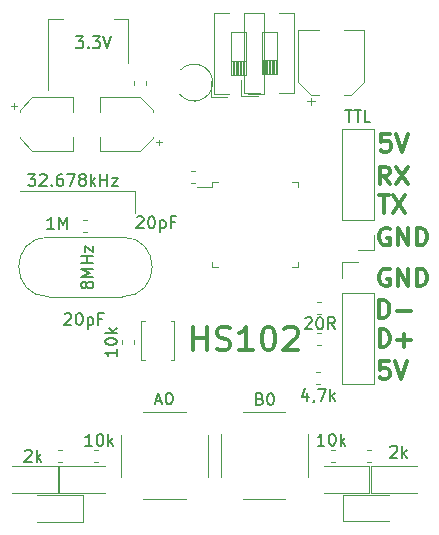
<source format=gbr>
G04 #@! TF.GenerationSoftware,KiCad,Pcbnew,5.0.2-bee76a0~70~ubuntu18.04.1*
G04 #@! TF.CreationDate,2019-01-08T18:58:55+02:00*
G04 #@! TF.ProjectId,HScope_2018_10_L,4853636f-7065-45f3-9230-31385f31305f,rev?*
G04 #@! TF.SameCoordinates,Original*
G04 #@! TF.FileFunction,Legend,Top*
G04 #@! TF.FilePolarity,Positive*
%FSLAX46Y46*%
G04 Gerber Fmt 4.6, Leading zero omitted, Abs format (unit mm)*
G04 Created by KiCad (PCBNEW 5.0.2-bee76a0~70~ubuntu18.04.1) date Вт 08 янв 2019 18:58:55*
%MOMM*%
%LPD*%
G01*
G04 APERTURE LIST*
%ADD10C,0.300000*%
%ADD11C,0.120000*%
%ADD12C,0.150000*%
G04 APERTURE END LIST*
D10*
X94397142Y-46418571D02*
X95254285Y-46418571D01*
X94825714Y-47918571D02*
X94825714Y-46418571D01*
X95611428Y-46418571D02*
X96611428Y-47918571D01*
X96611428Y-46418571D02*
X95611428Y-47918571D01*
X95320000Y-45518571D02*
X94820000Y-44804285D01*
X94462857Y-45518571D02*
X94462857Y-44018571D01*
X95034285Y-44018571D01*
X95177142Y-44090000D01*
X95248571Y-44161428D01*
X95320000Y-44304285D01*
X95320000Y-44518571D01*
X95248571Y-44661428D01*
X95177142Y-44732857D01*
X95034285Y-44804285D01*
X94462857Y-44804285D01*
X95820000Y-44018571D02*
X96820000Y-45518571D01*
X96820000Y-44018571D02*
X95820000Y-45518571D01*
X95297142Y-49250000D02*
X95154285Y-49178571D01*
X94940000Y-49178571D01*
X94725714Y-49250000D01*
X94582857Y-49392857D01*
X94511428Y-49535714D01*
X94440000Y-49821428D01*
X94440000Y-50035714D01*
X94511428Y-50321428D01*
X94582857Y-50464285D01*
X94725714Y-50607142D01*
X94940000Y-50678571D01*
X95082857Y-50678571D01*
X95297142Y-50607142D01*
X95368571Y-50535714D01*
X95368571Y-50035714D01*
X95082857Y-50035714D01*
X96011428Y-50678571D02*
X96011428Y-49178571D01*
X96868571Y-50678571D01*
X96868571Y-49178571D01*
X97582857Y-50678571D02*
X97582857Y-49178571D01*
X97940000Y-49178571D01*
X98154285Y-49250000D01*
X98297142Y-49392857D01*
X98368571Y-49535714D01*
X98440000Y-49821428D01*
X98440000Y-50035714D01*
X98368571Y-50321428D01*
X98297142Y-50464285D01*
X98154285Y-50607142D01*
X97940000Y-50678571D01*
X97582857Y-50678571D01*
X95324285Y-41228571D02*
X94610000Y-41228571D01*
X94538571Y-41942857D01*
X94610000Y-41871428D01*
X94752857Y-41800000D01*
X95110000Y-41800000D01*
X95252857Y-41871428D01*
X95324285Y-41942857D01*
X95395714Y-42085714D01*
X95395714Y-42442857D01*
X95324285Y-42585714D01*
X95252857Y-42657142D01*
X95110000Y-42728571D01*
X94752857Y-42728571D01*
X94610000Y-42657142D01*
X94538571Y-42585714D01*
X95824285Y-41228571D02*
X96324285Y-42728571D01*
X96824285Y-41228571D01*
X94428571Y-56798571D02*
X94428571Y-55298571D01*
X94785714Y-55298571D01*
X95000000Y-55370000D01*
X95142857Y-55512857D01*
X95214285Y-55655714D01*
X95285714Y-55941428D01*
X95285714Y-56155714D01*
X95214285Y-56441428D01*
X95142857Y-56584285D01*
X95000000Y-56727142D01*
X94785714Y-56798571D01*
X94428571Y-56798571D01*
X95928571Y-56227142D02*
X97071428Y-56227142D01*
X94448571Y-59278571D02*
X94448571Y-57778571D01*
X94805714Y-57778571D01*
X95020000Y-57850000D01*
X95162857Y-57992857D01*
X95234285Y-58135714D01*
X95305714Y-58421428D01*
X95305714Y-58635714D01*
X95234285Y-58921428D01*
X95162857Y-59064285D01*
X95020000Y-59207142D01*
X94805714Y-59278571D01*
X94448571Y-59278571D01*
X95948571Y-58707142D02*
X97091428Y-58707142D01*
X96520000Y-59278571D02*
X96520000Y-58135714D01*
X95244285Y-60498571D02*
X94530000Y-60498571D01*
X94458571Y-61212857D01*
X94530000Y-61141428D01*
X94672857Y-61070000D01*
X95030000Y-61070000D01*
X95172857Y-61141428D01*
X95244285Y-61212857D01*
X95315714Y-61355714D01*
X95315714Y-61712857D01*
X95244285Y-61855714D01*
X95172857Y-61927142D01*
X95030000Y-61998571D01*
X94672857Y-61998571D01*
X94530000Y-61927142D01*
X94458571Y-61855714D01*
X95744285Y-60498571D02*
X96244285Y-61998571D01*
X96744285Y-60498571D01*
X95297142Y-52710000D02*
X95154285Y-52638571D01*
X94940000Y-52638571D01*
X94725714Y-52710000D01*
X94582857Y-52852857D01*
X94511428Y-52995714D01*
X94440000Y-53281428D01*
X94440000Y-53495714D01*
X94511428Y-53781428D01*
X94582857Y-53924285D01*
X94725714Y-54067142D01*
X94940000Y-54138571D01*
X95082857Y-54138571D01*
X95297142Y-54067142D01*
X95368571Y-53995714D01*
X95368571Y-53495714D01*
X95082857Y-53495714D01*
X96011428Y-54138571D02*
X96011428Y-52638571D01*
X96868571Y-54138571D01*
X96868571Y-52638571D01*
X97582857Y-54138571D02*
X97582857Y-52638571D01*
X97940000Y-52638571D01*
X98154285Y-52710000D01*
X98297142Y-52852857D01*
X98368571Y-52995714D01*
X98440000Y-53281428D01*
X98440000Y-53495714D01*
X98368571Y-53781428D01*
X98297142Y-53924285D01*
X98154285Y-54067142D01*
X97940000Y-54138571D01*
X97582857Y-54138571D01*
X78671047Y-59548761D02*
X78671047Y-57548761D01*
X78671047Y-58501142D02*
X79813904Y-58501142D01*
X79813904Y-59548761D02*
X79813904Y-57548761D01*
X80671047Y-59453523D02*
X80956761Y-59548761D01*
X81432952Y-59548761D01*
X81623428Y-59453523D01*
X81718666Y-59358285D01*
X81813904Y-59167809D01*
X81813904Y-58977333D01*
X81718666Y-58786857D01*
X81623428Y-58691619D01*
X81432952Y-58596380D01*
X81052000Y-58501142D01*
X80861523Y-58405904D01*
X80766285Y-58310666D01*
X80671047Y-58120190D01*
X80671047Y-57929714D01*
X80766285Y-57739238D01*
X80861523Y-57644000D01*
X81052000Y-57548761D01*
X81528190Y-57548761D01*
X81813904Y-57644000D01*
X83718666Y-59548761D02*
X82575809Y-59548761D01*
X83147238Y-59548761D02*
X83147238Y-57548761D01*
X82956761Y-57834476D01*
X82766285Y-58024952D01*
X82575809Y-58120190D01*
X84956761Y-57548761D02*
X85147238Y-57548761D01*
X85337714Y-57644000D01*
X85432952Y-57739238D01*
X85528190Y-57929714D01*
X85623428Y-58310666D01*
X85623428Y-58786857D01*
X85528190Y-59167809D01*
X85432952Y-59358285D01*
X85337714Y-59453523D01*
X85147238Y-59548761D01*
X84956761Y-59548761D01*
X84766285Y-59453523D01*
X84671047Y-59358285D01*
X84575809Y-59167809D01*
X84480571Y-58786857D01*
X84480571Y-58310666D01*
X84575809Y-57929714D01*
X84671047Y-57739238D01*
X84766285Y-57644000D01*
X84956761Y-57548761D01*
X86385333Y-57739238D02*
X86480571Y-57644000D01*
X86671047Y-57548761D01*
X87147238Y-57548761D01*
X87337714Y-57644000D01*
X87432952Y-57739238D01*
X87528190Y-57929714D01*
X87528190Y-58120190D01*
X87432952Y-58405904D01*
X86290095Y-59548761D01*
X87528190Y-59548761D01*
D11*
G04 #@! TO.C,J2*
X81905000Y-35053333D02*
X83175000Y-35053333D01*
X83105000Y-36260000D02*
X83105000Y-35053333D01*
X82985000Y-36260000D02*
X82985000Y-35053333D01*
X82865000Y-36260000D02*
X82865000Y-35053333D01*
X82745000Y-36260000D02*
X82745000Y-35053333D01*
X82625000Y-36260000D02*
X82625000Y-35053333D01*
X82505000Y-36260000D02*
X82505000Y-35053333D01*
X82385000Y-36260000D02*
X82385000Y-35053333D01*
X82265000Y-36260000D02*
X82265000Y-35053333D01*
X82145000Y-36260000D02*
X82145000Y-35053333D01*
X82025000Y-36260000D02*
X82025000Y-35053333D01*
X81905000Y-32640000D02*
X81905000Y-36260000D01*
X83175000Y-32640000D02*
X81905000Y-32640000D01*
X83175000Y-36260000D02*
X83175000Y-32640000D01*
X81905000Y-36260000D02*
X83175000Y-36260000D01*
X80190000Y-38100000D02*
X81573000Y-38100000D01*
X80190000Y-38100000D02*
X80190000Y-36717000D01*
X83340000Y-31040000D02*
X84650000Y-31040000D01*
X80430000Y-31040000D02*
X81740000Y-31040000D01*
X83340000Y-37860000D02*
X84650000Y-37860000D01*
X80430000Y-37860000D02*
X81740000Y-37860000D01*
X84650000Y-37860000D02*
X84650000Y-31040000D01*
X80430000Y-37860000D02*
X80430000Y-31040000D01*
G04 #@! TO.C,C1*
X68520000Y-42660000D02*
X68520000Y-41460000D01*
X68520000Y-38140000D02*
X68520000Y-39340000D01*
X65064437Y-38140000D02*
X68520000Y-38140000D01*
X65064437Y-42660000D02*
X68520000Y-42660000D01*
X64000000Y-41595563D02*
X64000000Y-41460000D01*
X64000000Y-39204437D02*
X64000000Y-39340000D01*
X64000000Y-39204437D02*
X65064437Y-38140000D01*
X64000000Y-41595563D02*
X65064437Y-42660000D01*
X63260000Y-38840000D02*
X63760000Y-38840000D01*
X63510000Y-38590000D02*
X63510000Y-39090000D01*
G04 #@! TO.C,C3*
X75760000Y-42210000D02*
X75760000Y-41710000D01*
X76010000Y-41960000D02*
X75510000Y-41960000D01*
X75270000Y-39204437D02*
X74205563Y-38140000D01*
X75270000Y-41595563D02*
X74205563Y-42660000D01*
X75270000Y-41595563D02*
X75270000Y-41460000D01*
X75270000Y-39204437D02*
X75270000Y-39340000D01*
X74205563Y-38140000D02*
X70750000Y-38140000D01*
X74205563Y-42660000D02*
X70750000Y-42660000D01*
X70750000Y-42660000D02*
X70750000Y-41460000D01*
X70750000Y-38140000D02*
X70750000Y-39340000D01*
G04 #@! TO.C,C12*
X93102000Y-32408000D02*
X91402000Y-32408000D01*
X87582000Y-32408000D02*
X89282000Y-32408000D01*
X87582000Y-36863563D02*
X87582000Y-32408000D01*
X93102000Y-36863563D02*
X93102000Y-32408000D01*
X92037563Y-37928000D02*
X91402000Y-37928000D01*
X88646437Y-37928000D02*
X89282000Y-37928000D01*
X88646437Y-37928000D02*
X87582000Y-36863563D01*
X92037563Y-37928000D02*
X93102000Y-36863563D01*
X88657000Y-38793000D02*
X88657000Y-38168000D01*
X88344500Y-38480500D02*
X88969500Y-38480500D01*
G04 #@! TO.C,D1*
X77598747Y-35822019D02*
G75*
G02X77539228Y-37890000I1151253J-1067981D01*
G01*
G04 #@! TO.C,D2*
X69355000Y-71785000D02*
X65470000Y-71785000D01*
X69355000Y-74055000D02*
X69355000Y-71785000D01*
X65470000Y-74055000D02*
X69355000Y-74055000D01*
G04 #@! TO.C,D3*
X67345000Y-71635000D02*
X71230000Y-71635000D01*
X67345000Y-69365000D02*
X67345000Y-71635000D01*
X71230000Y-69365000D02*
X67345000Y-69365000D01*
G04 #@! TO.C,D4*
X63320000Y-71645000D02*
X67205000Y-71645000D01*
X67205000Y-71645000D02*
X67205000Y-69375000D01*
X67205000Y-69375000D02*
X63320000Y-69375000D01*
G04 #@! TO.C,D5*
X95270000Y-71775000D02*
X91385000Y-71775000D01*
X91385000Y-71775000D02*
X91385000Y-74045000D01*
X91385000Y-74045000D02*
X95270000Y-74045000D01*
G04 #@! TO.C,D6*
X89710000Y-71665000D02*
X93595000Y-71665000D01*
X93595000Y-71665000D02*
X93595000Y-69395000D01*
X93595000Y-69395000D02*
X89710000Y-69395000D01*
G04 #@! TO.C,D7*
X93725000Y-71645000D02*
X97610000Y-71645000D01*
X93725000Y-69375000D02*
X93725000Y-71645000D01*
X97610000Y-69375000D02*
X93725000Y-69375000D01*
G04 #@! TO.C,J1*
X91290000Y-62370000D02*
X93950000Y-62370000D01*
X91290000Y-54690000D02*
X91290000Y-62370000D01*
X93950000Y-54690000D02*
X93950000Y-62370000D01*
X91290000Y-54690000D02*
X93950000Y-54690000D01*
X91290000Y-53420000D02*
X91290000Y-52090000D01*
X91290000Y-52090000D02*
X92620000Y-52090000D01*
G04 #@! TO.C,J2*
X83000000Y-37802000D02*
X83000000Y-30982000D01*
X87220000Y-37802000D02*
X87220000Y-30982000D01*
X83000000Y-37802000D02*
X84310000Y-37802000D01*
X85910000Y-37802000D02*
X87220000Y-37802000D01*
X83000000Y-30982000D02*
X84310000Y-30982000D01*
X85910000Y-30982000D02*
X87220000Y-30982000D01*
X82760000Y-38042000D02*
X82760000Y-36659000D01*
X82760000Y-38042000D02*
X84143000Y-38042000D01*
X84475000Y-36202000D02*
X85745000Y-36202000D01*
X85745000Y-36202000D02*
X85745000Y-32582000D01*
X85745000Y-32582000D02*
X84475000Y-32582000D01*
X84475000Y-32582000D02*
X84475000Y-36202000D01*
X84595000Y-36202000D02*
X84595000Y-34995333D01*
X84715000Y-36202000D02*
X84715000Y-34995333D01*
X84835000Y-36202000D02*
X84835000Y-34995333D01*
X84955000Y-36202000D02*
X84955000Y-34995333D01*
X85075000Y-36202000D02*
X85075000Y-34995333D01*
X85195000Y-36202000D02*
X85195000Y-34995333D01*
X85315000Y-36202000D02*
X85315000Y-34995333D01*
X85435000Y-36202000D02*
X85435000Y-34995333D01*
X85555000Y-36202000D02*
X85555000Y-34995333D01*
X85675000Y-36202000D02*
X85675000Y-34995333D01*
X84475000Y-34995333D02*
X85745000Y-34995333D01*
G04 #@! TO.C,J3*
X82870000Y-64800000D02*
X86470000Y-64800000D01*
X82870000Y-72160000D02*
X86470000Y-72160000D01*
X88350000Y-66680000D02*
X88350000Y-70280000D01*
X80990000Y-66680000D02*
X80990000Y-70280000D01*
G04 #@! TO.C,J4*
X93950000Y-51100000D02*
X92620000Y-51100000D01*
X93950000Y-49770000D02*
X93950000Y-51100000D01*
X93950000Y-48500000D02*
X91290000Y-48500000D01*
X91290000Y-48500000D02*
X91290000Y-40820000D01*
X93950000Y-48500000D02*
X93950000Y-40820000D01*
X93950000Y-40820000D02*
X91290000Y-40820000D01*
G04 #@! TO.C,J7*
X72580000Y-66690000D02*
X72580000Y-70290000D01*
X79940000Y-66690000D02*
X79940000Y-70290000D01*
X74460000Y-72170000D02*
X78060000Y-72170000D01*
X74460000Y-64810000D02*
X78060000Y-64810000D01*
G04 #@! TO.C,R1*
X72680000Y-58709721D02*
X72680000Y-59035279D01*
X73700000Y-58709721D02*
X73700000Y-59035279D01*
G04 #@! TO.C,R2*
X89157221Y-58080000D02*
X89482779Y-58080000D01*
X89157221Y-59100000D02*
X89482779Y-59100000D01*
G04 #@! TO.C,R3*
X89109721Y-62440000D02*
X89435279Y-62440000D01*
X89109721Y-61420000D02*
X89435279Y-61420000D01*
G04 #@! TO.C,R4*
X89490279Y-56480000D02*
X89164721Y-56480000D01*
X89490279Y-55460000D02*
X89164721Y-55460000D01*
G04 #@! TO.C,R5*
X69685279Y-48530000D02*
X69359721Y-48530000D01*
X69685279Y-49550000D02*
X69359721Y-49550000D01*
G04 #@! TO.C,R6*
X73670000Y-36744721D02*
X73670000Y-37070279D01*
X74690000Y-36744721D02*
X74690000Y-37070279D01*
G04 #@! TO.C,R7*
X78792779Y-45370000D02*
X78467221Y-45370000D01*
X78792779Y-44350000D02*
X78467221Y-44350000D01*
G04 #@! TO.C,R8*
X70585279Y-68020000D02*
X70259721Y-68020000D01*
X70585279Y-69040000D02*
X70259721Y-69040000D01*
G04 #@! TO.C,R9*
X67249721Y-68020000D02*
X67575279Y-68020000D01*
X67249721Y-69040000D02*
X67575279Y-69040000D01*
G04 #@! TO.C,R10*
X90359721Y-68010000D02*
X90685279Y-68010000D01*
X90359721Y-69030000D02*
X90685279Y-69030000D01*
G04 #@! TO.C,R11*
X93745279Y-69030000D02*
X93419721Y-69030000D01*
X93745279Y-68010000D02*
X93419721Y-68010000D01*
G04 #@! TO.C,SW1*
X74570000Y-57080000D02*
X74270000Y-57080000D01*
X74270000Y-57080000D02*
X74270000Y-60380000D01*
X74270000Y-60380000D02*
X74570000Y-60380000D01*
X76770000Y-57080000D02*
X77070000Y-57080000D01*
X77070000Y-57080000D02*
X77070000Y-60380000D01*
X77070000Y-60380000D02*
X76770000Y-60380000D01*
G04 #@! TO.C,U1*
X66370000Y-37520000D02*
X66370000Y-31510000D01*
X73190000Y-35270000D02*
X73190000Y-31510000D01*
X66370000Y-31510000D02*
X67630000Y-31510000D01*
X73190000Y-31510000D02*
X71930000Y-31510000D01*
G04 #@! TO.C,U2*
X80740000Y-45290000D02*
X80290000Y-45290000D01*
X80290000Y-45290000D02*
X80290000Y-45740000D01*
X87060000Y-45290000D02*
X87510000Y-45290000D01*
X87510000Y-45290000D02*
X87510000Y-45740000D01*
X80740000Y-52510000D02*
X80290000Y-52510000D01*
X80290000Y-52510000D02*
X80290000Y-52060000D01*
X87060000Y-52510000D02*
X87510000Y-52510000D01*
X87510000Y-52510000D02*
X87510000Y-52060000D01*
X80290000Y-45740000D02*
X79000000Y-45740000D01*
G04 #@! TO.C,Y1*
X73710000Y-47960000D02*
X73710000Y-46060000D01*
X73710000Y-46060000D02*
X64010000Y-46060000D01*
G04 #@! TO.C,Y2*
X66425000Y-49965000D02*
X72675000Y-49965000D01*
X66425000Y-55015000D02*
X72675000Y-55015000D01*
X66425000Y-55015000D02*
G75*
G02X66425000Y-49965000I0J2525000D01*
G01*
X72675000Y-55015000D02*
G75*
G03X72675000Y-49965000I0J2525000D01*
G01*
G04 #@! TO.C,C8*
D12*
X73903142Y-48309619D02*
X73950761Y-48262000D01*
X74046000Y-48214380D01*
X74284095Y-48214380D01*
X74379333Y-48262000D01*
X74426952Y-48309619D01*
X74474571Y-48404857D01*
X74474571Y-48500095D01*
X74426952Y-48642952D01*
X73855523Y-49214380D01*
X74474571Y-49214380D01*
X75093619Y-48214380D02*
X75188857Y-48214380D01*
X75284095Y-48262000D01*
X75331714Y-48309619D01*
X75379333Y-48404857D01*
X75426952Y-48595333D01*
X75426952Y-48833428D01*
X75379333Y-49023904D01*
X75331714Y-49119142D01*
X75284095Y-49166761D01*
X75188857Y-49214380D01*
X75093619Y-49214380D01*
X74998380Y-49166761D01*
X74950761Y-49119142D01*
X74903142Y-49023904D01*
X74855523Y-48833428D01*
X74855523Y-48595333D01*
X74903142Y-48404857D01*
X74950761Y-48309619D01*
X74998380Y-48262000D01*
X75093619Y-48214380D01*
X75855523Y-48547714D02*
X75855523Y-49547714D01*
X75855523Y-48595333D02*
X75950761Y-48547714D01*
X76141238Y-48547714D01*
X76236476Y-48595333D01*
X76284095Y-48642952D01*
X76331714Y-48738190D01*
X76331714Y-49023904D01*
X76284095Y-49119142D01*
X76236476Y-49166761D01*
X76141238Y-49214380D01*
X75950761Y-49214380D01*
X75855523Y-49166761D01*
X77093619Y-48690571D02*
X76760285Y-48690571D01*
X76760285Y-49214380D02*
X76760285Y-48214380D01*
X77236476Y-48214380D01*
G04 #@! TO.C,C11*
X67777142Y-56507619D02*
X67824761Y-56460000D01*
X67920000Y-56412380D01*
X68158095Y-56412380D01*
X68253333Y-56460000D01*
X68300952Y-56507619D01*
X68348571Y-56602857D01*
X68348571Y-56698095D01*
X68300952Y-56840952D01*
X67729523Y-57412380D01*
X68348571Y-57412380D01*
X68967619Y-56412380D02*
X69062857Y-56412380D01*
X69158095Y-56460000D01*
X69205714Y-56507619D01*
X69253333Y-56602857D01*
X69300952Y-56793333D01*
X69300952Y-57031428D01*
X69253333Y-57221904D01*
X69205714Y-57317142D01*
X69158095Y-57364761D01*
X69062857Y-57412380D01*
X68967619Y-57412380D01*
X68872380Y-57364761D01*
X68824761Y-57317142D01*
X68777142Y-57221904D01*
X68729523Y-57031428D01*
X68729523Y-56793333D01*
X68777142Y-56602857D01*
X68824761Y-56507619D01*
X68872380Y-56460000D01*
X68967619Y-56412380D01*
X69729523Y-56745714D02*
X69729523Y-57745714D01*
X69729523Y-56793333D02*
X69824761Y-56745714D01*
X70015238Y-56745714D01*
X70110476Y-56793333D01*
X70158095Y-56840952D01*
X70205714Y-56936190D01*
X70205714Y-57221904D01*
X70158095Y-57317142D01*
X70110476Y-57364761D01*
X70015238Y-57412380D01*
X69824761Y-57412380D01*
X69729523Y-57364761D01*
X70967619Y-56888571D02*
X70634285Y-56888571D01*
X70634285Y-57412380D02*
X70634285Y-56412380D01*
X71110476Y-56412380D01*
G04 #@! TO.C,J3*
X84315238Y-63668571D02*
X84458095Y-63716190D01*
X84505714Y-63763809D01*
X84553333Y-63859047D01*
X84553333Y-64001904D01*
X84505714Y-64097142D01*
X84458095Y-64144761D01*
X84362857Y-64192380D01*
X83981904Y-64192380D01*
X83981904Y-63192380D01*
X84315238Y-63192380D01*
X84410476Y-63240000D01*
X84458095Y-63287619D01*
X84505714Y-63382857D01*
X84505714Y-63478095D01*
X84458095Y-63573333D01*
X84410476Y-63620952D01*
X84315238Y-63668571D01*
X83981904Y-63668571D01*
X85172380Y-63192380D02*
X85267619Y-63192380D01*
X85362857Y-63240000D01*
X85410476Y-63287619D01*
X85458095Y-63382857D01*
X85505714Y-63573333D01*
X85505714Y-63811428D01*
X85458095Y-64001904D01*
X85410476Y-64097142D01*
X85362857Y-64144761D01*
X85267619Y-64192380D01*
X85172380Y-64192380D01*
X85077142Y-64144761D01*
X85029523Y-64097142D01*
X84981904Y-64001904D01*
X84934285Y-63811428D01*
X84934285Y-63573333D01*
X84981904Y-63382857D01*
X85029523Y-63287619D01*
X85077142Y-63240000D01*
X85172380Y-63192380D01*
G04 #@! TO.C,J4*
X91538571Y-39250380D02*
X92110000Y-39250380D01*
X91824285Y-40250380D02*
X91824285Y-39250380D01*
X92300476Y-39250380D02*
X92871904Y-39250380D01*
X92586190Y-40250380D02*
X92586190Y-39250380D01*
X93681428Y-40250380D02*
X93205238Y-40250380D01*
X93205238Y-39250380D01*
G04 #@! TO.C,J7*
X75495714Y-63846666D02*
X75971904Y-63846666D01*
X75400476Y-64132380D02*
X75733809Y-63132380D01*
X76067142Y-64132380D01*
X76590952Y-63132380D02*
X76686190Y-63132380D01*
X76781428Y-63180000D01*
X76829047Y-63227619D01*
X76876666Y-63322857D01*
X76924285Y-63513333D01*
X76924285Y-63751428D01*
X76876666Y-63941904D01*
X76829047Y-64037142D01*
X76781428Y-64084761D01*
X76686190Y-64132380D01*
X76590952Y-64132380D01*
X76495714Y-64084761D01*
X76448095Y-64037142D01*
X76400476Y-63941904D01*
X76352857Y-63751428D01*
X76352857Y-63513333D01*
X76400476Y-63322857D01*
X76448095Y-63227619D01*
X76495714Y-63180000D01*
X76590952Y-63132380D01*
G04 #@! TO.C,R1*
X72212380Y-59467738D02*
X72212380Y-60039166D01*
X72212380Y-59753452D02*
X71212380Y-59753452D01*
X71355238Y-59848690D01*
X71450476Y-59943928D01*
X71498095Y-60039166D01*
X71212380Y-58848690D02*
X71212380Y-58753452D01*
X71260000Y-58658214D01*
X71307619Y-58610595D01*
X71402857Y-58562976D01*
X71593333Y-58515357D01*
X71831428Y-58515357D01*
X72021904Y-58562976D01*
X72117142Y-58610595D01*
X72164761Y-58658214D01*
X72212380Y-58753452D01*
X72212380Y-58848690D01*
X72164761Y-58943928D01*
X72117142Y-58991547D01*
X72021904Y-59039166D01*
X71831428Y-59086785D01*
X71593333Y-59086785D01*
X71402857Y-59039166D01*
X71307619Y-58991547D01*
X71260000Y-58943928D01*
X71212380Y-58848690D01*
X72212380Y-58086785D02*
X71212380Y-58086785D01*
X71831428Y-57991547D02*
X72212380Y-57705833D01*
X71545714Y-57705833D02*
X71926666Y-58086785D01*
G04 #@! TO.C,R3*
X88343928Y-63145714D02*
X88343928Y-63812380D01*
X88105833Y-62764761D02*
X87867738Y-63479047D01*
X88486785Y-63479047D01*
X88915357Y-63764761D02*
X88915357Y-63812380D01*
X88867738Y-63907619D01*
X88820119Y-63955238D01*
X89248690Y-62812380D02*
X89915357Y-62812380D01*
X89486785Y-63812380D01*
X90296309Y-63812380D02*
X90296309Y-62812380D01*
X90391547Y-63431428D02*
X90677261Y-63812380D01*
X90677261Y-63145714D02*
X90296309Y-63526666D01*
G04 #@! TO.C,R4*
X88158095Y-56857619D02*
X88205714Y-56810000D01*
X88300952Y-56762380D01*
X88539047Y-56762380D01*
X88634285Y-56810000D01*
X88681904Y-56857619D01*
X88729523Y-56952857D01*
X88729523Y-57048095D01*
X88681904Y-57190952D01*
X88110476Y-57762380D01*
X88729523Y-57762380D01*
X89348571Y-56762380D02*
X89443809Y-56762380D01*
X89539047Y-56810000D01*
X89586666Y-56857619D01*
X89634285Y-56952857D01*
X89681904Y-57143333D01*
X89681904Y-57381428D01*
X89634285Y-57571904D01*
X89586666Y-57667142D01*
X89539047Y-57714761D01*
X89443809Y-57762380D01*
X89348571Y-57762380D01*
X89253333Y-57714761D01*
X89205714Y-57667142D01*
X89158095Y-57571904D01*
X89110476Y-57381428D01*
X89110476Y-57143333D01*
X89158095Y-56952857D01*
X89205714Y-56857619D01*
X89253333Y-56810000D01*
X89348571Y-56762380D01*
X90681904Y-57762380D02*
X90348571Y-57286190D01*
X90110476Y-57762380D02*
X90110476Y-56762380D01*
X90491428Y-56762380D01*
X90586666Y-56810000D01*
X90634285Y-56857619D01*
X90681904Y-56952857D01*
X90681904Y-57095714D01*
X90634285Y-57190952D01*
X90586666Y-57238571D01*
X90491428Y-57286190D01*
X90110476Y-57286190D01*
G04 #@! TO.C,R5*
X66890285Y-49268380D02*
X66318857Y-49268380D01*
X66604571Y-49268380D02*
X66604571Y-48268380D01*
X66509333Y-48411238D01*
X66414095Y-48506476D01*
X66318857Y-48554095D01*
X67318857Y-49268380D02*
X67318857Y-48268380D01*
X67652190Y-48982666D01*
X67985523Y-48268380D01*
X67985523Y-49268380D01*
G04 #@! TO.C,R8*
X70114761Y-67652380D02*
X69543333Y-67652380D01*
X69829047Y-67652380D02*
X69829047Y-66652380D01*
X69733809Y-66795238D01*
X69638571Y-66890476D01*
X69543333Y-66938095D01*
X70733809Y-66652380D02*
X70829047Y-66652380D01*
X70924285Y-66700000D01*
X70971904Y-66747619D01*
X71019523Y-66842857D01*
X71067142Y-67033333D01*
X71067142Y-67271428D01*
X71019523Y-67461904D01*
X70971904Y-67557142D01*
X70924285Y-67604761D01*
X70829047Y-67652380D01*
X70733809Y-67652380D01*
X70638571Y-67604761D01*
X70590952Y-67557142D01*
X70543333Y-67461904D01*
X70495714Y-67271428D01*
X70495714Y-67033333D01*
X70543333Y-66842857D01*
X70590952Y-66747619D01*
X70638571Y-66700000D01*
X70733809Y-66652380D01*
X71495714Y-67652380D02*
X71495714Y-66652380D01*
X71590952Y-67271428D02*
X71876666Y-67652380D01*
X71876666Y-66985714D02*
X71495714Y-67366666D01*
G04 #@! TO.C,R9*
X64433523Y-68073619D02*
X64481142Y-68026000D01*
X64576380Y-67978380D01*
X64814476Y-67978380D01*
X64909714Y-68026000D01*
X64957333Y-68073619D01*
X65004952Y-68168857D01*
X65004952Y-68264095D01*
X64957333Y-68406952D01*
X64385904Y-68978380D01*
X65004952Y-68978380D01*
X65433523Y-68978380D02*
X65433523Y-67978380D01*
X65528761Y-68597428D02*
X65814476Y-68978380D01*
X65814476Y-68311714D02*
X65433523Y-68692666D01*
G04 #@! TO.C,R10*
X89774761Y-67622380D02*
X89203333Y-67622380D01*
X89489047Y-67622380D02*
X89489047Y-66622380D01*
X89393809Y-66765238D01*
X89298571Y-66860476D01*
X89203333Y-66908095D01*
X90393809Y-66622380D02*
X90489047Y-66622380D01*
X90584285Y-66670000D01*
X90631904Y-66717619D01*
X90679523Y-66812857D01*
X90727142Y-67003333D01*
X90727142Y-67241428D01*
X90679523Y-67431904D01*
X90631904Y-67527142D01*
X90584285Y-67574761D01*
X90489047Y-67622380D01*
X90393809Y-67622380D01*
X90298571Y-67574761D01*
X90250952Y-67527142D01*
X90203333Y-67431904D01*
X90155714Y-67241428D01*
X90155714Y-67003333D01*
X90203333Y-66812857D01*
X90250952Y-66717619D01*
X90298571Y-66670000D01*
X90393809Y-66622380D01*
X91155714Y-67622380D02*
X91155714Y-66622380D01*
X91250952Y-67241428D02*
X91536666Y-67622380D01*
X91536666Y-66955714D02*
X91155714Y-67336666D01*
G04 #@! TO.C,R11*
X95375523Y-67749619D02*
X95423142Y-67702000D01*
X95518380Y-67654380D01*
X95756476Y-67654380D01*
X95851714Y-67702000D01*
X95899333Y-67749619D01*
X95946952Y-67844857D01*
X95946952Y-67940095D01*
X95899333Y-68082952D01*
X95327904Y-68654380D01*
X95946952Y-68654380D01*
X96375523Y-68654380D02*
X96375523Y-67654380D01*
X96470761Y-68273428D02*
X96756476Y-68654380D01*
X96756476Y-67987714D02*
X96375523Y-68368666D01*
G04 #@! TO.C,U1*
X68733809Y-32982380D02*
X69352857Y-32982380D01*
X69019523Y-33363333D01*
X69162380Y-33363333D01*
X69257619Y-33410952D01*
X69305238Y-33458571D01*
X69352857Y-33553809D01*
X69352857Y-33791904D01*
X69305238Y-33887142D01*
X69257619Y-33934761D01*
X69162380Y-33982380D01*
X68876666Y-33982380D01*
X68781428Y-33934761D01*
X68733809Y-33887142D01*
X69781428Y-33887142D02*
X69829047Y-33934761D01*
X69781428Y-33982380D01*
X69733809Y-33934761D01*
X69781428Y-33887142D01*
X69781428Y-33982380D01*
X70162380Y-32982380D02*
X70781428Y-32982380D01*
X70448095Y-33363333D01*
X70590952Y-33363333D01*
X70686190Y-33410952D01*
X70733809Y-33458571D01*
X70781428Y-33553809D01*
X70781428Y-33791904D01*
X70733809Y-33887142D01*
X70686190Y-33934761D01*
X70590952Y-33982380D01*
X70305238Y-33982380D01*
X70210000Y-33934761D01*
X70162380Y-33887142D01*
X71067142Y-32982380D02*
X71400476Y-33982380D01*
X71733809Y-32982380D01*
G04 #@! TO.C,Y1*
X64680476Y-44642380D02*
X65299523Y-44642380D01*
X64966190Y-45023333D01*
X65109047Y-45023333D01*
X65204285Y-45070952D01*
X65251904Y-45118571D01*
X65299523Y-45213809D01*
X65299523Y-45451904D01*
X65251904Y-45547142D01*
X65204285Y-45594761D01*
X65109047Y-45642380D01*
X64823333Y-45642380D01*
X64728095Y-45594761D01*
X64680476Y-45547142D01*
X65680476Y-44737619D02*
X65728095Y-44690000D01*
X65823333Y-44642380D01*
X66061428Y-44642380D01*
X66156666Y-44690000D01*
X66204285Y-44737619D01*
X66251904Y-44832857D01*
X66251904Y-44928095D01*
X66204285Y-45070952D01*
X65632857Y-45642380D01*
X66251904Y-45642380D01*
X66680476Y-45547142D02*
X66728095Y-45594761D01*
X66680476Y-45642380D01*
X66632857Y-45594761D01*
X66680476Y-45547142D01*
X66680476Y-45642380D01*
X67585238Y-44642380D02*
X67394761Y-44642380D01*
X67299523Y-44690000D01*
X67251904Y-44737619D01*
X67156666Y-44880476D01*
X67109047Y-45070952D01*
X67109047Y-45451904D01*
X67156666Y-45547142D01*
X67204285Y-45594761D01*
X67299523Y-45642380D01*
X67490000Y-45642380D01*
X67585238Y-45594761D01*
X67632857Y-45547142D01*
X67680476Y-45451904D01*
X67680476Y-45213809D01*
X67632857Y-45118571D01*
X67585238Y-45070952D01*
X67490000Y-45023333D01*
X67299523Y-45023333D01*
X67204285Y-45070952D01*
X67156666Y-45118571D01*
X67109047Y-45213809D01*
X68013809Y-44642380D02*
X68680476Y-44642380D01*
X68251904Y-45642380D01*
X69204285Y-45070952D02*
X69109047Y-45023333D01*
X69061428Y-44975714D01*
X69013809Y-44880476D01*
X69013809Y-44832857D01*
X69061428Y-44737619D01*
X69109047Y-44690000D01*
X69204285Y-44642380D01*
X69394761Y-44642380D01*
X69490000Y-44690000D01*
X69537619Y-44737619D01*
X69585238Y-44832857D01*
X69585238Y-44880476D01*
X69537619Y-44975714D01*
X69490000Y-45023333D01*
X69394761Y-45070952D01*
X69204285Y-45070952D01*
X69109047Y-45118571D01*
X69061428Y-45166190D01*
X69013809Y-45261428D01*
X69013809Y-45451904D01*
X69061428Y-45547142D01*
X69109047Y-45594761D01*
X69204285Y-45642380D01*
X69394761Y-45642380D01*
X69490000Y-45594761D01*
X69537619Y-45547142D01*
X69585238Y-45451904D01*
X69585238Y-45261428D01*
X69537619Y-45166190D01*
X69490000Y-45118571D01*
X69394761Y-45070952D01*
X70013809Y-45642380D02*
X70013809Y-44642380D01*
X70109047Y-45261428D02*
X70394761Y-45642380D01*
X70394761Y-44975714D02*
X70013809Y-45356666D01*
X70823333Y-45642380D02*
X70823333Y-44642380D01*
X70823333Y-45118571D02*
X71394761Y-45118571D01*
X71394761Y-45642380D02*
X71394761Y-44642380D01*
X71775714Y-44975714D02*
X72299523Y-44975714D01*
X71775714Y-45642380D01*
X72299523Y-45642380D01*
G04 #@! TO.C,Y2*
X69630952Y-54125238D02*
X69583333Y-54220476D01*
X69535714Y-54268095D01*
X69440476Y-54315714D01*
X69392857Y-54315714D01*
X69297619Y-54268095D01*
X69250000Y-54220476D01*
X69202380Y-54125238D01*
X69202380Y-53934761D01*
X69250000Y-53839523D01*
X69297619Y-53791904D01*
X69392857Y-53744285D01*
X69440476Y-53744285D01*
X69535714Y-53791904D01*
X69583333Y-53839523D01*
X69630952Y-53934761D01*
X69630952Y-54125238D01*
X69678571Y-54220476D01*
X69726190Y-54268095D01*
X69821428Y-54315714D01*
X70011904Y-54315714D01*
X70107142Y-54268095D01*
X70154761Y-54220476D01*
X70202380Y-54125238D01*
X70202380Y-53934761D01*
X70154761Y-53839523D01*
X70107142Y-53791904D01*
X70011904Y-53744285D01*
X69821428Y-53744285D01*
X69726190Y-53791904D01*
X69678571Y-53839523D01*
X69630952Y-53934761D01*
X70202380Y-53315714D02*
X69202380Y-53315714D01*
X69916666Y-52982380D01*
X69202380Y-52649047D01*
X70202380Y-52649047D01*
X70202380Y-52172857D02*
X69202380Y-52172857D01*
X69678571Y-52172857D02*
X69678571Y-51601428D01*
X70202380Y-51601428D02*
X69202380Y-51601428D01*
X69535714Y-51220476D02*
X69535714Y-50696666D01*
X70202380Y-51220476D01*
X70202380Y-50696666D01*
G04 #@! TD*
M02*

</source>
